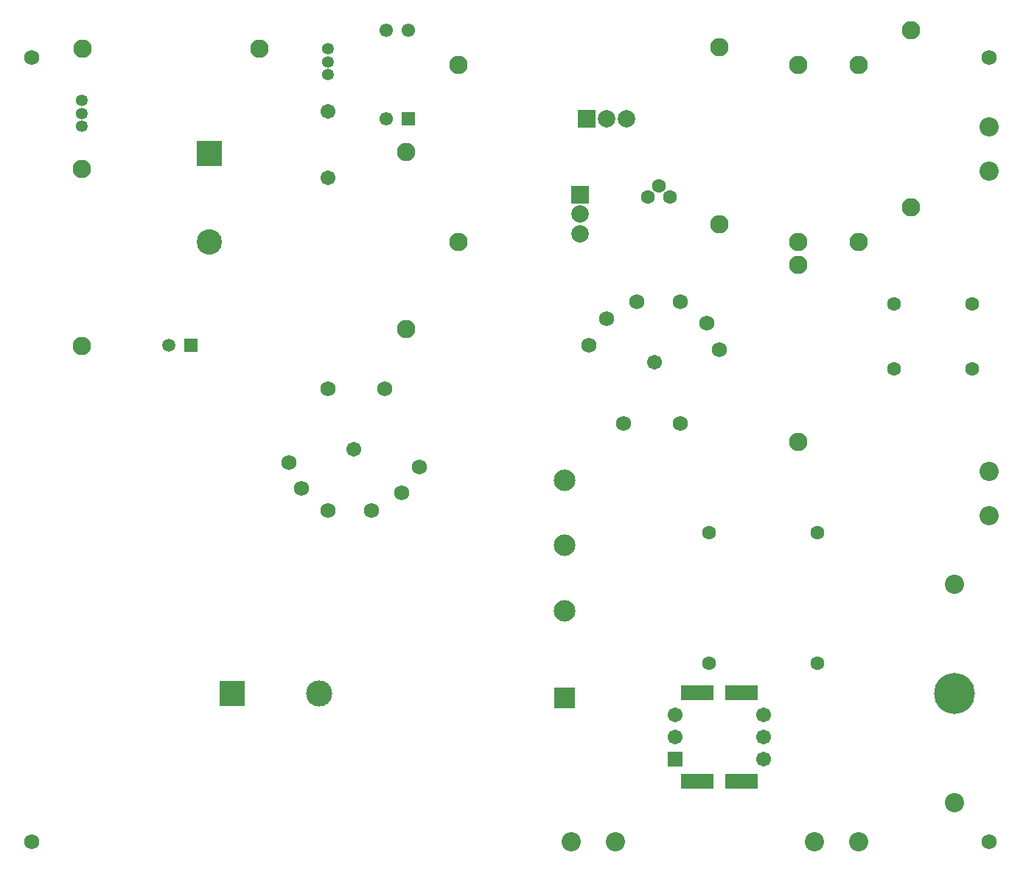
<source format=gbs>
G04*
G04 #@! TF.GenerationSoftware,Altium Limited,Altium Designer,21.6.4 (81)*
G04*
G04 Layer_Color=16711935*
%FSLAX44Y44*%
%MOMM*%
G71*
G04*
G04 #@! TF.SameCoordinates,0086CBAF-0D55-4FB9-886D-9C3AAF8982FA*
G04*
G04*
G04 #@! TF.FilePolarity,Negative*
G04*
G01*
G75*
%ADD15C,1.7272*%
%ADD16C,1.7032*%
%ADD17R,2.4732X2.4732*%
%ADD18C,2.4732*%
%ADD19C,1.6032*%
%ADD20C,2.1032*%
%ADD21C,1.3532*%
%ADD22R,2.9032X2.9032*%
%ADD23C,2.9032*%
%ADD24R,1.5532X1.5532*%
%ADD25C,1.5532*%
%ADD26C,1.7112*%
%ADD27R,1.7112X1.7112*%
%ADD28C,4.7032*%
%ADD29C,2.2032*%
%ADD30C,3.0032*%
%ADD31R,3.0032X3.0032*%
%ADD32C,1.5032*%
%ADD33R,1.5032X1.5032*%
%ADD34R,2.0032X2.0032*%
%ADD35C,2.0032*%
%ADD36R,2.0032X2.0032*%
G36*
X1208800Y127700D02*
X1171800D01*
Y110700D01*
X1208800D01*
Y127700D01*
D02*
G37*
G36*
X1158000D02*
X1121000D01*
Y110700D01*
X1158000D01*
Y127700D01*
D02*
G37*
G36*
X1208800Y229300D02*
X1171800D01*
Y212300D01*
X1208800D01*
Y229300D01*
D02*
G37*
G36*
X1158000D02*
X1121000D01*
Y212300D01*
X1158000D01*
Y229300D01*
D02*
G37*
D15*
X780000Y570000D02*
D03*
X715000D02*
D03*
X820000Y480000D02*
D03*
X800000Y450000D02*
D03*
X765000Y430000D02*
D03*
X715000D02*
D03*
X685000Y455000D02*
D03*
X670000Y485000D02*
D03*
X1055000Y530000D02*
D03*
X1120000D02*
D03*
X1015000Y620000D02*
D03*
X1035000Y650000D02*
D03*
X1070000Y670000D02*
D03*
X1120000D02*
D03*
X1150000Y645000D02*
D03*
X1165000Y615000D02*
D03*
X375000Y50000D02*
D03*
Y950000D02*
D03*
X1475000D02*
D03*
Y50000D02*
D03*
D16*
X745000Y500000D02*
D03*
X1090000Y600000D02*
D03*
X715000Y888100D02*
D03*
Y811900D02*
D03*
D17*
X986500Y215000D02*
D03*
D18*
Y315000D02*
D03*
Y390000D02*
D03*
Y465000D02*
D03*
D19*
X1277500Y255000D02*
D03*
Y405000D02*
D03*
X1152500Y255000D02*
D03*
Y405000D02*
D03*
X1095000Y802700D02*
D03*
X1082300Y790000D02*
D03*
X1107700D02*
D03*
X1365000Y667500D02*
D03*
Y592500D02*
D03*
X1455422Y667500D02*
D03*
Y592500D02*
D03*
D20*
X1255000Y508400D02*
D03*
Y711600D02*
D03*
X1385000Y981600D02*
D03*
Y778400D02*
D03*
X636600Y960000D02*
D03*
X433400D02*
D03*
X432204Y618669D02*
D03*
Y821869D02*
D03*
X1165000Y961600D02*
D03*
Y758400D02*
D03*
X1325000Y941600D02*
D03*
Y738400D02*
D03*
X865000D02*
D03*
Y941600D02*
D03*
X805000Y638400D02*
D03*
Y841600D02*
D03*
X1255000Y738400D02*
D03*
Y941600D02*
D03*
D21*
X432204Y870735D02*
D03*
Y885735D02*
D03*
Y900735D02*
D03*
X715000Y960000D02*
D03*
Y945000D02*
D03*
Y930000D02*
D03*
D22*
X578674Y839789D02*
D03*
D23*
Y738189D02*
D03*
D24*
X807700Y879200D02*
D03*
D25*
X782300D02*
D03*
X807700Y980800D02*
D03*
X782300D02*
D03*
D26*
X1114200Y195400D02*
D03*
X1215800D02*
D03*
Y170000D02*
D03*
X1114200D02*
D03*
X1215800Y144600D02*
D03*
D27*
X1114200D02*
D03*
D28*
X1435000Y220000D02*
D03*
D29*
Y95000D02*
D03*
Y345000D02*
D03*
X1325000Y50000D02*
D03*
X1274200D02*
D03*
X1045000D02*
D03*
X994200D02*
D03*
X1475000Y819200D02*
D03*
Y870000D02*
D03*
Y423800D02*
D03*
Y474600D02*
D03*
D30*
X705000Y220000D02*
D03*
D31*
X605000D02*
D03*
D32*
X532300Y620000D02*
D03*
D33*
X557700D02*
D03*
D34*
X1012200Y880000D02*
D03*
D35*
X1057800D02*
D03*
X1035000D02*
D03*
X1005000Y747200D02*
D03*
Y770000D02*
D03*
D36*
Y792800D02*
D03*
M02*

</source>
